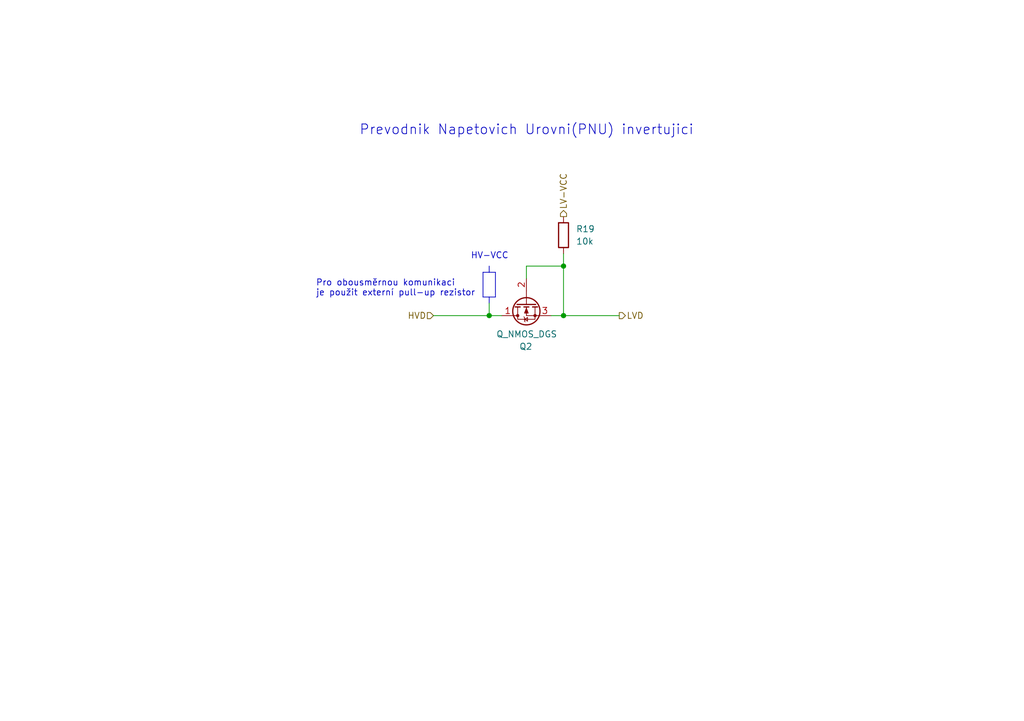
<source format=kicad_sch>
(kicad_sch (version 20230121) (generator eeschema)
  (paper "A5")
  (lib_symbols
    (symbol "Device:Q_NMOS_DGS" (pin_names (offset 0) hide)
      (property "Reference" "Q" (at 5.08 1.27 0))
      (property "Value" "Q_NMOS_DGS" (at 5.08 -1.27 0))
      (symbol "Q_NMOS_DGS_0_1"
        (polyline (pts (xy 0.254 0) (xy -2.54 0)))
        (polyline (pts (xy 0.254 1.905) (xy 0.254 -1.905)) (stroke (width 0.254)))
        (polyline (pts (xy 0.762 -1.27) (xy 0.762 -2.286)) (stroke (width 0.254)))
        (polyline (pts (xy 0.762 0.508) (xy 0.762 -0.508)) (stroke (width 0.254)))
        (polyline (pts (xy 0.762 2.286) (xy 0.762 1.27)) (stroke (width 0.254)))
        (polyline (pts (xy 2.54 2.54) (xy 2.54 1.778)))
        (polyline (pts (xy 2.54 -2.54) (xy 2.54 0) (xy 0.762 0)))
        (polyline (pts (xy 0.762 -1.778) (xy 3.302 -1.778) (xy 3.302 1.778) (xy 0.762 1.778)))
        (polyline (pts (xy 1.016 0) (xy 2.032 0.381) (xy 2.032 -0.381) (xy 1.016 0)) (fill (type outline)))
        (polyline (pts (xy 2.794 0.508) (xy 2.921 0.381) (xy 3.683 0.381) (xy 3.81 0.254)))
        (polyline (pts (xy 3.302 0.381) (xy 2.921 -0.254) (xy 3.683 -0.254) (xy 3.302 0.381)))
        (circle (center 1.651 0) (radius 2.794) (stroke (width 0.254)))
        (circle (center 2.54 -1.778) (radius 0.254) (fill (type outline)))
        (circle (center 2.54 1.778) (radius 0.254) (fill (type outline)))
      )
      (symbol "Q_NMOS_DGS_1_1"
        (pin passive line (at 2.54 5.08 270) (length 2.54) (name "D") (number "1"))
        (pin input line (at -5.08 0 0) (length 2.54) (name "G") (number "2"))
        (pin passive line (at 2.54 -5.08 90) (length 2.54) (name "S") (number "3"))
      )
    )
    (symbol "Device:R" (pin_numbers hide) (pin_names (offset 0))
      (property "Reference" "R" (at 2.032 0 90))
      (property "Value" "R" (at 0 0 90))
      (symbol "R_0_1"
        (rectangle (start -1.016 -2.54) (end 1.016 2.54) (stroke (width 0.254)))
      )
      (symbol "R_1_1"
        (pin passive line (at 0 3.81 270) (length 1.27) (name "~") (number "1"))
        (pin passive line (at 0 -3.81 90) (length 1.27) (name "~") (number "2"))
      )
    )
  )
  (junction (at 100.33 64.77))
  (junction (at 115.57 54.61))
  (junction (at 115.57 64.77))
  (polyline (pts (xy 99.06 55.88) (xy 100.33 55.88)))
  (wire (pts (xy 115.57 52.07) (xy 115.57 54.61)))
  (wire (pts (xy 100.33 64.77) (xy 102.87 64.77)))
  (wire (pts (xy 107.95 57.15) (xy 107.95 54.61)))
  (wire (pts (xy 115.57 64.77) (xy 127 64.77)))
  (polyline (pts (xy 100.33 62.23) (xy 100.33 60.96)))
  (polyline (pts (xy 100.33 54.61) (xy 100.33 55.88)))
  (wire (pts (xy 100.33 62.23) (xy 100.33 64.77)))
  (wire (pts (xy 88.9 64.77) (xy 100.33 64.77)))
  (wire (pts (xy 115.57 54.61) (xy 115.57 64.77)))
  (polyline (pts (xy 100.33 55.88) (xy 101.6 55.88)))
  (wire (pts (xy 113.03 64.77) (xy 115.57 64.77)))
  (polyline (pts (xy 101.6 55.88) (xy 101.6 60.96)))
  (polyline (pts (xy 100.33 60.96) (xy 99.06 60.96)))
  (wire (pts (xy 107.95 54.61) (xy 115.57 54.61)))
  (polyline (pts (xy 99.06 60.96) (xy 99.06 55.88)))
  (polyline (pts (xy 100.33 60.96) (xy 101.6 60.96)))
  (text "Prevodnik Napetovich Urovni(PNU) invertujici" (at 73.66 27.94 0) (effects (font (size 2 2)) (justify left bottom)))
  (text "Pro obousměrnou komunikaci \nje použit externí pull-up rezistor" (at 64.77 60.96 0) (effects (font (size 1.27 1.27)) (justify left bottom)))
  (text "HV-VCC" (at 96.52 53.34 0) (effects (font (size 1.27 1.27)) (justify left bottom)))
  (hierarchical_label "LVD" (shape output) (at 127 64.77 0))
  (hierarchical_label "LV-VCC" (shape output) (at 115.57 44.45 90))
  (hierarchical_label "HVD" (shape input) (at 88.9 64.77 180))
  (symbol (lib_id "Device:Q_NMOS_DGS") (at 107.95 62.23 90) (mirror x) (unit 1)
    (property "Reference" "Q6" (at 109.22 71.12 90) (effects (justify left)))
    (property "Value" "Q_NMOS_DGS" (at 114.3 68.58 90) (effects (justify left)))
    (property "Footprint" "Package_TO_SOT_SMD:SOT-723" (effects hide))
    (property "Datasheet" "https://datasheet.lcsc.com/lcsc/2201121900_ROHM-Semicon-RYM002N05GT2CL_C2941617.pdf" (effects hide))
    (property "LCSC" "C2941617" (effects hide))
    (property "Basic/Extended" "E" (effects hide))
    (instances (project "ZakladniElektronika" (path "" (reference "Q2") (unit 1)) (path "" (reference "Q9") (unit 1)) (path "" (reference "Q3") (unit 1)) (path "" (reference "Q8") (unit 1)) (path "" (reference "Q9") (unit 1)) (path "" (reference "Q5") (unit 1)) (path "" (reference "Q4") (unit 1)) (path "" (reference "Q7") (unit 1)) (path "" (reference "Q6") (unit 1))) (project "Zdroj" (path "" (reference "Q4") (unit 1))) (project "RB3203" (path "" (reference "Q?") (unit 1))))
  )
  (symbol (lib_id "Device:R") (at 115.57 48.26 0) (unit 1)
    (property "Reference" "R19" (at 118.11 46.99 0) (effects (justify left)))
    (property "Value" "10k" (at 118.11 49.53 0) (effects (justify left)))
    (property "Footprint" "Resistor_SMD:R_0402_1005Metric" (effects hide))
    (property "LCSC" "C25744" (effects hide))
    (property "JLCPCB_CORRECTION" "0;0;0" (effects hide))
    (instances (project "ZakladniElektronika" (path "" (reference "R19") (unit 1)) (path "" (reference "R20") (unit 1)) (path "" (reference "R16") (unit 1)) (path "" (reference "R15") (unit 1)) (path "" (reference "R18") (unit 1)) (path "" (reference "R17") (unit 1)) (path "" (reference "R2") (unit 1)) (path "" (reference "R35") (unit 1)) (path "" (reference "R8") (unit 1)) (path "" (reference "R14") (unit 1))) (project "RB3203" (path "" (reference "R?") (unit 1))))
  )
)
</source>
